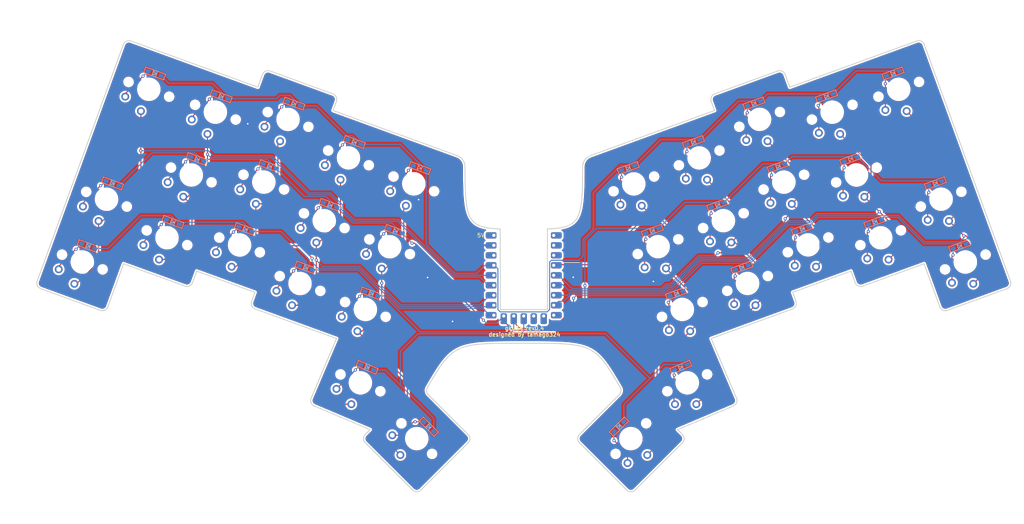
<source format=kicad_pcb>
(kicad_pcb (version 20211014) (generator pcbnew)
  (layers (0 "F.Cu" signal) (31 "B.Cu" signal) (34 "B.Paste" user) (35 "F.Paste" user) (36 "B.SilkS" user "B.Silkscreen") (37 "F.SilkS" user "F.Silkscreen") (38 "B.Mask" user) (39 "F.Mask" user) (44 "Edge.Cuts" user))
  (net 0 "")
  (net 1 "row0")
  (net 2 "Net-(D1-Pad2)")
  (net 3 "Net-(D2-Pad2)")
  (net 4 "Net-(D3-Pad2)")
  (net 5 "Net-(D4-Pad2)")
  (net 6 "Net-(D5-Pad2)")
  (net 7 "Net-(D6-Pad2)")
  (net 8 "Net-(D7-Pad2)")
  (net 9 "Net-(D8-Pad2)")
  (net 10 "Net-(D9-Pad2)")
  (net 11 "Net-(D10-Pad2)")
  (net 12 "row1")
  (net 13 "Net-(D11-Pad2)")
  (net 14 "Net-(D12-Pad2)")
  (net 15 "Net-(D13-Pad2)")
  (net 16 "Net-(D14-Pad2)")
  (net 17 "Net-(D15-Pad2)")
  (net 18 "Net-(D16-Pad2)")
  (net 19 "Net-(D17-Pad2)")
  (net 20 "Net-(D18-Pad2)")
  (net 21 "Net-(D19-Pad2)")
  (net 22 "Net-(D20-Pad2)")
  (net 23 "row2")
  (net 24 "Net-(D21-Pad2)")
  (net 25 "Net-(D22-Pad2)")
  (net 26 "Net-(D23-Pad2)")
  (net 27 "Net-(D24-Pad2)")
  (net 28 "Net-(D25-Pad2)")
  (net 29 "Net-(D26-Pad2)")
  (net 30 "Net-(D27-Pad2)")
  (net 31 "Net-(D28-Pad2)")
  (net 32 "Net-(D29-Pad2)")
  (net 33 "Net-(D30-Pad2)")
  (net 34 "row3")
  (net 35 "Net-(D31-Pad2)")
  (net 36 "Net-(D32-Pad2)")
  (net 37 "Net-(D33-Pad2)")
  (net 38 "Net-(D34-Pad2)")
  (net 42 "col5")
  (net 43 "col6")
  (net 44 "col7")
  (net 45 "col8")
  (net 46 "col9")
  (net 50 "col2")
  (net 51 "col3")
  (net 52 "col4")
  (net 53 "col1")
  (net 54 "col0")
  (net 56 "GND")
  (net 57 "VCC")
  (footprint "gku34:SW_Choc_V2" (layer "F.Cu") (at 199.476843 36.727593 20)
    (fp_text reference "SW8" hide)
    (fp_text value "SW_PUSH")
  )
  (footprint "gku34:SW_Choc_V2" (layer "F.Cu") (at 67.26 68.69 -20)
    (fp_text reference "SW23" hide)
    (fp_text value "SW_PUSH")
  )
  (footprint "gku34:RP2040-Zero" (layer "F.Cu") (at 129.345 89.105)
    (fp_text reference "RZ1")
    (fp_text value "RP2040-Zero" hide)
  )
  (footprint "gku34:Diode_SMD" (layer "F.Cu") (at 68.75 64.65 160)
    (fp_text reference "D23" hide)
    (fp_text value "D" hide)
  )
  (footprint "gku34:Diode_SMD" (layer "F.Cu") (at 210.36 64.61 -160)
    (fp_text reference "D28" hide)
    (fp_text value "D" hide)
  )
  (footprint "gku34:SW_Choc_V2" (layer "F.Cu") (at 73.42 52.69 -20)
    (fp_text reference "SW13" hide)
    (fp_text value "SW_PUSH")
  )
  (footprint "gku34:Diode_SMD" (layer "F.Cu") (at 198.02 32.67 -160)
    (fp_text reference "D8" hide)
    (fp_text value "D" hide)
  )
  (footprint "gku34:SW_Choc_V2" (layer "F.Cu") (at 111.56 53.15 -20)
    (fp_text reference "SW5" hide)
    (fp_text value "SW_PUSH")
  )
  (footprint "gku34:Diode_SMD" (layer "F.Cu") (at 90.29 58.49 160)
    (fp_text reference "D14" hide)
    (fp_text value "D" hide)
  )
  (footprint "gku34:Diode_SMD" (layer "F.Cu") (at 113.05 49.11 160)
    (fp_text reference "D5" hide)
    (fp_text value "D" hide)
  )
  (footprint "gku34:SW_Choc_V2" (layer "F.Cu") (at 217.94 34.9 20)
    (fp_text reference "SW9" hide)
    (fp_text value "SW_PUSH")
  )
  (footprint "gku34:Diode_SMD" (layer "F.Cu") (at 34.93 53.01 160)
    (fp_text reference "D11" hide)
    (fp_text value "D" hide)
  )
  (footprint "gku34:SW_Choc_V2" (layer "F.Cu") (at 48.81 66.86 -20)
    (fp_text reference "SW22" hide)
    (fp_text value "SW_PUSH")
  )
  (footprint "gku34:SW_Choc_V2" (layer "F.Cu") (at 105.42 69.14 -20)
    (fp_text reference "SW15" hide)
    (fp_text value "SW_PUSH")
  )
  (footprint "gku34:SW_Choc_V2" (layer "F.Cu") (at 234.85 29.08 20)
    (fp_text reference "SWe" hide)
    (fp_text value "SW_PUSH")
  )
  (footprint "gku34:Diode_SMD" (layer "F.Cu") (at 204.19 48.66 -160)
    (fp_text reference "D18" hide)
    (fp_text value "D" hide)
  )
  (footprint "gku34:Diode_SMD" (layer "F.Cu") (at 194.96 74.43 -160)
    (fp_text reference "D27" hide)
    (fp_text value "D" hide)
  )
  (footprint "gku34:Diode_SMD" (layer "F.Cu") (at 28.77 68.99 160)
    (fp_text reference "D21" hide)
    (fp_text value "D" hide)
  )
  (footprint "gku34:SW_Choc_V2" (layer "F.Cu") (at 61.113157 34.897593 -20)
    (fp_text reference "SW2" hide)
    (fp_text value "SW_PUSH")
  )
  (footprint "gku34:Diode_SMD" (layer "F.Cu") (at 81.09 32.7 160)
    (fp_text reference "D3" hide)
    (fp_text value "D" hide)
  )
  (footprint "gku34:Diode_SMD" (layer "F.Cu") (at 250.33 68.97 -160)
    (fp_text reference "D30" hide)
    (fp_text value "D" hide)
  )
  (footprint "gku34:Diode_SMD" (layer "F.Cu") (at 96.44 42.48 160)
    (fp_text reference "D4" hide)
    (fp_text value "D" hide)
  )
  (footprint "gku34:SW_Choc_V2" (layer "F.Cu") (at 166.75 117.97 45)
    (fp_text reference "SW33" hide)
    (fp_text value "SW_PUSH")
  )
  (footprint "gku34:Diode_SMD" (layer "F.Cu") (at 182.66 42.48 -160)
    (fp_text reference "D7" hide)
    (fp_text value "D" hide)
  )
  (footprint "gku34:Diode_SMD" (layer "F.Cu") (at 115.37 114.94 135)
    (fp_text reference "D32" hide)
    (fp_text value "D" hide)
  )
  (footprint "gku34:SW_Choc_V2" (layer "F.Cu") (at 196.41 78.48 20)
    (fp_text reference "SW27" hide)
    (fp_text value "SW_PUSH")
  )
  (footprint "gku34:Diode_SMD" (layer "F.Cu") (at 222.63 46.83 -160)
    (fp_text reference "D19" hide)
    (fp_text value "D" hide)
  )
  (footprint "gku34:Diode_SMD" (layer "F.Cu") (at 50.31 62.82 160)
    (fp_text reference "D22" hide)
    (fp_text value "D" hide)
  )
  (footprint "gku34:SW_Choc_V2" (layer "F.Cu") (at 251.786843 73.027593 20)
    (fp_text reference "SW30" hide)
    (fp_text value "SW_PUSH")
  )
  (footprint "gku34:SW_Choc_V2" (layer "F.Cu") (at 230.25 66.86 20)
    (fp_text reference "SW29" hide)
    (fp_text value "SW_PUSH")
  )
  (footprint "gku34:Diode_SMD" (layer "F.Cu") (at 56.48 46.83 160)
    (fp_text reference "D12" hide)
    (fp_text value "D" hide)
  )
  (footprint "gku34:Diode_SMD" (layer "F.Cu") (at 74.91 48.64 160)
    (fp_text reference "D13" hide)
    (fp_text value "D" hide)
  )
  (footprint "gku34:SW_Choc_V2" (layer "F.Cu") (at 82.63 78.5 -20)
    (fp_text reference "SW24" hide)
    (fp_text value "SW_PUSH")
  )
  (footprint "gku34:SW_Choc_V2" (layer "F.Cu") (at 205.641691 52.701111 20)
    (fp_text reference "SW18" hide)
    (fp_text value "SW_PUSH")
  )
  (footprint "gku34:Diode_SMD" (layer "F.Cu") (at 244.16 52.98 -160)
    (fp_text reference "D20" hide)
    (fp_text value "D" hide)
  )
  (footprint "gku34:SW_Choc_V2" (layer "F.Cu") (at 54.98 50.87 -20)
    (fp_text reference "SW12" hide)
    (fp_text value "SW_PUSH")
  )
  (footprint "gku34:Diode_SMD" (layer "F.Cu") (at 188.82 58.46 -160)
    (fp_text reference "D17" hide)
    (fp_text value "D" hide)
  )
  (footprint "gku34:Diode_SMD" (layer "F.Cu") (at 106.92 65.1 160)
    (fp_text reference "D15" hide)
    (fp_text value "D" hide)
  )
  (footprint "gku34:Diode_SMD" (layer "F.Cu") (at 166.05 49.11 -160)
    (fp_text reference "D6" hide)
    (fp_text value "D" hide)
  )
  (footprint "gku34:SW_Choc_V2" (layer "F.Cu") (at 184.116843 46.537593 20)
    (fp_text reference "SW7" hide)
    (fp_text value "SW_PUSH")
  )
  (footprint "gku34:SW_Choc_V2" (layer "F.Cu") (at 27.28 73.03 -20)
    (fp_text reference "SW21" hide)
    (fp_text value "SW_PUSH")
  )
  (footprint "gku34:SW_Choc_V2" (layer "F.Cu") (at 211.81 68.67 20)
    (fp_text reference "SW28" hide)
    (fp_text value "SW_PUSH")
  )
  (footprint "gku34:SW_Choc_V2" (layer "F.Cu") (at 99.243157 85.097593 -20)
    (fp_text reference "SW25" hide)
    (fp_text value "SW_PUSH")
  )
  (footprint "gku34:Diode_SMD" (layer "F.Cu") (at 216.49 30.85 -160)
    (fp_text reference "D9" hide)
    (fp_text value "D" hide)
  )
  (footprint "gku34:Diode_SMD" (layer "F.Cu") (at 233.39 25.02 -160)
    (fp_text reference "D10" hide)
    (fp_text value "D" hide)
  )
  (footprint "gku34:SW_Choc_V2" (layer "F.Cu") (at 173.656843 69.127593 20)
    (fp_text reference "SW16" hide)
    (fp_text value "SW_PUSH")
  )
  (footprint "gku34:Diode_SMD" (layer "F.Cu") (at 100.74 81.06 160)
    (fp_text reference "D25" hide)
    (fp_text value "D" hide)
  )
  (footprint "gku34:SW_Choc_V2" (layer "F.Cu") (at 112.31 117.97 -45)
    (fp_text reference "SW32" hide)
    (fp_text value "SW_PUSH")
  )
  (footprint "gku34:SW_Choc_V2" (layer "F.Cu") (at 97.98474 103.777177 -23)
    (fp_text reference "SW31" hide)
    (fp_text value "SW_PUSH")
  )
  (footprint "gku34:SW_Choc_V2" (layer "F.Cu") (at 167.496843 53.157593 20)
    (fp_text reference "SW6" hide)
    (fp_text value "SW_PUSH")
  )
  (footprint "gku34:SW_Choc_V2" (layer "F.Cu") (at 88.79 62.52 -20)
    (fp_text reference "SW14" hide)
    (fp_text value "SW_PUSH")
  )
  (footprint "gku34:Diode_SMD" (layer "F.Cu") (at 228.8 62.81 -160)
    (fp_text reference "D29" hide)
    (fp_text value "D" hide)
  )
  (footprint "gku34:Diode_SMD" (layer "F.Cu") (at 163.71 114.91 -135)
    (fp_text reference "D33" hide)
    (fp_text value "D" hide)
  )
  (footprint "gku34:Diode_SMD" (layer "F.Cu") (at 178.36 81.04 -160)
    (fp_text reference "D26" hide)
    (fp_text value "D" hide)
  )
  (footprint "gku34:SW_Choc_V2" (layer "F.Cu") (at 224.096843 50.887593 20)
    (fp_text reference "SW19" hide)
    (fp_text value "SW_PUSH")
  )
  (footprint "gku34:Diode_SMD" (layer "F.Cu") (at 99.69 99.82 157)
    (fp_text reference "D31" hide)
    (fp_text value "D" hide)
  )
  (footprint "gku34:Diode_SMD" (layer "F.Cu") (at 179.42 99.8 -157)
    (fp_text reference "D34" hide)
    (fp_text value "D" hide)
  )
  (footprint "gku34:SW_Choc_V2" (layer "F.Cu") (at 181.08 103.77 23)
    (fp_text reference "SW34" hide)
    (fp_text value "SW_PUSH")
  )
  (footprint "gku34:SW_Choc_V2" (layer "F.Cu") (at 44.19 29.08 -20)
    (fp_text reference "SW1" hide)
    (fp_text value "SW_PUSH")
  )
  (footprint "gku34:SW_Choc_V2" (layer "F.Cu") (at 190.27 62.51 20)
    (fp_text reference "SW17" hide)
    (fp_text value "SW_PUSH")
  )
  (footprint "gku34:Diode_SMD" (layer "F.Cu") (at 45.68 25.04 160)
    (fp_text reference "D1" hide)
    (fp_text value "D" hide)
  )
  (footprint "gku34:SW_Choc_V2" (layer "F.Cu") (at 79.59 36.74 -20)
    (fp_text reference "SW3" hide)
    (fp_text value "SW_PUSH")
  )
  (footprint "gku34:SW_Choc_V2" (layer "F.Cu") (at 179.816843 85.097593 20)
    (fp_text reference "SW26" hide)
    (fp_text value "SW_PUSH")
  )
  (footprint "gku34:Diode_SMD" (layer "F.Cu") (at 62.6 30.85 160)
    (fp_text reference "D2" hide)
    (fp_text value "D" hide)
  )
  (footprint "gku34:Diode_SMD" (layer "F.Cu") (at 172.2 65.07 -160)
    (fp_text reference "D16" hide)
    (fp_text value "D" hide)
  )
  (footprint "gku34:SW_Choc_V2" (layer "F.Cu") (at 245.616843 57.037593 20)
    (fp_text reference "SW20" hide)
    (fp_text value "SW_PUSH")
  )
  (footprint "gku34:Diode_SMD" (layer "F.Cu") (at 84.12 74.45 160)
    (fp_text reference "D24" hide)
    (fp_text value "D" hide)
  )
  (footprint "gku34:SW_Choc_V2" (layer "F.Cu") (at 94.95 46.53 -20)
    (fp_text reference "SW4" hide)
    (fp_text value "SW_PUSH")
  )
  (footprint "gku34:SW_Choc_V2" (layer "F.Cu") (at 33.433157 57.047593 -20)
    (fp_text reference "SW11" hide)
    (fp_text value "SW_PUSH")
  )
  (gr_line (start 113.362219 131.061425) (end 125.383034 119.04061) (layer "Edge.Cuts") (width 0.25))
  (gr_line (start 91.907698 92.501796) (end 85.455516 107.702185) (layer "Edge.Cuts") (width 0.25))
  (gr_line (start 125.383034 116.91929) (end 115.239825 106.77608) (layer "Edge.Cuts") (width 0.25))
  (gr_line (start 145.530003 64.629208) (end 145.530003 85.133358) (layer "Edge.Cuts") (width 0.25))
  (gr_arc (start 167.819107 131.061425) (mid 166.758447 131.500765) (end 165.697787 131.061425) (layer "Edge.Cuts") (width 0.25))
  (gr_arc (start 86.250176 109.669039) (mid 85.445497 108.850191) (end 85.455516 107.702185) (layer "Edge.Cuts") (width 0.25))
  (gr_arc (start 225.683077 79.161784) (mid 224.536091 79.111732) (end 223.760508 78.265275) (layer "Edge.Cuts") (width 0.25))
  (gr_arc (start 99.220083 119.04061) (mid 98.780743 117.97995) (end 99.220083 116.91929) (layer "Edge.Cuts") (width 0.25))
  (gr_line (start 245.292247 84.432013) (end 241.304591 73.476018) (layer "Edge.Cuts") (width 0.25))
  (gr_line (start 16.700946 79.816468) (end 31.84519 85.328522) (layer "Edge.Cuts") (width 0.25))
  (gr_arc (start 115.239825 106.77608) (mid 114.812905 105.908052) (end 115.004642 104.959912) (layer "Edge.Cuts") (width 0.25))
  (gr_line (start 239.419191 16.789697) (end 207.144139 28.536856) (layer "Edge.Cuts") (width 0.25))
  (gr_arc (start 263.255568 77.893899) (mid 263.205485 79.040854) (end 262.35906 79.816468) (layer "Edge.Cuts") (width 0.25))
  (gr_line (start 222.700027 75.351628) (end 207.884792 80.743933) (layer "Edge.Cuts") (width 0.25))
  (gr_curve (pts (xy 164.055364 104.959912) (xy 157.48209 93.685472) (xy 156.99346 93.67829) (xy 139.530003 93.681048)) (layer "Edge.Cuts") (width 0.25))
  (gr_arc (start 125.383034 116.91929) (mid 125.822374 117.97995) (end 125.383034 119.04061) (layer "Edge.Cuts") (width 0.25))
  (gr_arc (start 16.700946 79.816468) (mid 15.854515 79.040856) (end 15.804438 77.893899) (layer "Edge.Cuts") (width 0.25))
  (gr_arc (start 247.214816 85.328522) (mid 246.067873 85.278436) (end 245.292247 84.432013) (layer "Edge.Cuts") (width 0.25))
  (gr_curve (pts (xy 154.502178 48.76833) (xy 154.487934 62.141197) (xy 154.042697 64.313791) (xy 145.530003 64.629208)) (layer "Edge.Cuts") (width 0.25))
  (gr_arc (start 193.60449 107.702185) (mid 193.61453 108.850215) (end 192.80983 109.669039) (layer "Edge.Cuts") (width 0.25))
  (gr_line (start 100.444992 115.694381) (end 99.220083 116.91929) (layer "Edge.Cuts") (width 0.25))
  (gr_arc (start 239.419191 16.789697) (mid 240.566136 16.839785) (end 241.34176 17.686206) (layer "Edge.Cuts") (width 0.25))
  (gr_line (start 133.530003 64.629208) (end 133.530003 85.133358) (layer "Edge.Cuts") (width 0.25))
  (gr_line (start 262.35906 79.816468) (end 247.214816 85.328522) (layer "Edge.Cuts") (width 0.25))
  (gr_line (start 71.231089 84.976126) (end 91.907698 92.501796) (layer "Edge.Cuts") (width 0.25))
  (gr_curve (pts (xy 115.004642 104.959912) (xy 121.577916 93.685472) (xy 122.066546 93.67829) (xy 139.530003 93.681048)) (layer "Edge.Cuts") (width 0.25))
  (gr_line (start 204.051166 24.424689) (end 188.076391 30.239031) (layer "Edge.Cuts") (width 0.25))
  (gr_line (start 192.80983 109.669039) (end 178.615014 115.694381) (layer "Edge.Cuts") (width 0.25))
  (gr_line (start 207.828917 84.976126) (end 187.152308 92.501796) (layer "Edge.Cuts") (width 0.25))
  (gr_line (start 187.152308 92.501796) (end 193.60449 107.702185) (layer "Edge.Cuts") (width 0.25))
  (gr_line (start 33.767759 84.432013) (end 37.755415 73.476018) (layer "Edge.Cuts") (width 0.25))
  (gr_line (start 153.676972 116.91929) (end 163.820181 106.77608) (layer "Edge.Cuts") (width 0.25))
  (gr_arc (start 154.502178 48.76833) (mid 155.045633 47.04948) (end 156.476116 45.952447) (layer "Edge.Cuts") (width 0.25))
  (gr_line (start 179.839923 119.04061) (end 167.819107 131.061425) (layer "Edge.Cuts") (width 0.25))
  (gr_arc (start 187.179883 32.1616) (mid 187.229931 31.014617) (end 188.076391 30.239031) (layer "Edge.Cuts") (width 0.25))
  (gr_line (start 71.915867 28.536856) (end 73.086271 25.321197) (layer "Edge.Cuts") (width 0.25))
  (gr_line (start 86.250176 109.669039) (end 100.444992 115.694381) (layer "Edge.Cuts") (width 0.25))
  (gr_arc (start 179.839923 116.91929) (mid 180.279263 117.97995) (end 179.839923 119.04061) (layer "Edge.Cuts") (width 0.25))
  (gr_line (start 223.760508 78.265275) (end 222.700027 75.351628) (layer "Edge.Cuts") (width 0.25))
  (gr_arc (start 164.055364 104.959912) (mid 164.247099 105.908053) (end 163.820181 106.77608) (layer "Edge.Cuts") (width 0.25))
  (gr_line (start 91.039489 34.471224) (end 122.58389 45.952447) (layer "Edge.Cuts") (width 0.25))
  (gr_line (start 133.530003 85.133358) (end 139.530003 85.133358) (layer "Edge.Cuts") (width 0.25))
  (gr_arc (start 204.051166 24.424689) (mid 205.198126 24.474762) (end 205.973735 25.321197) (layer "Edge.Cuts") (width 0.25))
  (gr_line (start 99.220083 119.04061) (end 111.240899 131.061425) (layer "Edge.Cuts") (width 0.25))
  (gr_line (start 56.359979 75.351628) (end 71.175214 80.743933) (layer "Edge.Cuts") (width 0.25))
  (gr_line (start 188.020517 34.471224) (end 156.476116 45.952447) (layer "Edge.Cuts") (width 0.25))
  (gr_arc (start 33.767759 84.432013) (mid 32.992148 85.278445) (end 31.84519 85.328522) (layer "Edge.Cuts") (width 0.25))
  (gr_line (start 187.179883 32.1616) (end 188.020517 34.471224) (layer "Edge.Cuts") (width 0.25))
  (gr_arc (start 55.299498 78.265275) (mid 54.523886 79.111706) (end 53.376929 79.161784) (layer "Edge.Cuts") (width 0.25))
  (gr_line (start 263.255568 77.893899) (end 241.34176 17.686206) (layer "Edge.Cuts") (width 0.25))
  (gr_arc (start 113.362219 131.061425) (mid 112.301559 131.500765) (end 111.240899 131.061425) (layer "Edge.Cuts") (width 0.25))
  (gr_arc (start 208.725426 83.053557) (mid 208.675368 84.200531) (end 207.828917 84.976126) (layer "Edge.Cuts") (width 0.25))
  (gr_curve (pts (xy 124.557828 48.76833) (xy 124.572072 62.141197) (xy 125.017309 64.313791) (xy 133.530003 64.629208)) (layer "Edge.Cuts") (width 0.25))
  (gr_line (start 37.755415 73.476018) (end 53.376929 79.161784) (layer "Edge.Cuts") (width 0.25))
  (gr_arc (start 90.983615 30.239031) (mid 91.830046 31.014643) (end 91.880123 32.1616) (layer "Edge.Cuts") (width 0.25))
  (gr_arc (start 73.086271 25.321197) (mid 73.861883 24.474766) (end 75.00884 24.424689) (layer "Edge.Cuts") (width 0.25))
  (gr_line (start 145.530003 85.133358) (end 139.530003 85.133358) (layer "Edge.Cuts") (width 0.25))
  (gr_line (start 178.615014 115.694381) (end 179.839923 116.91929) (layer "Edge.Cuts") (width 0.25))
  (gr_line (start 71.175214 80.743933) (end 70.33458 83.053557) (layer "Edge.Cuts") (width 0.25))
  (gr_line (start 39.640815 16.789697) (end 71.915867 28.536856) (layer "Edge.Cuts") (width 0.25))
  (gr_line (start 241.304591 73.476018) (end 225.683077 79.161784) (layer "Edge.Cuts") (width 0.25))
  (gr_arc (start 122.58389 45.952447) (mid 124.014369 47.049487) (end 124.557828 48.76833) (layer "Edge.Cuts") (width 0.25))
  (gr_line (start 55.299498 78.265275) (end 56.359979 75.351628) (layer "Edge.Cuts") (width 0.25))
  (gr_line (start 207.144139 28.536856) (end 205.973735 25.321197) (layer "Edge.Cuts") (width 0.25))
  (gr_line (start 207.884792 80.743933) (end 208.725426 83.053557) (layer "Edge.Cuts") (width 0.25))
  (gr_line (start 75.00884 24.424689) (end 90.983615 30.239031) (layer "Edge.Cuts") (width 0.25))
  (gr_line (start 15.804438 77.893899) (end 37.718246 17.686206) (layer "Edge.Cuts") (width 0.25))
  (gr_arc (start 153.676972 119.04061) (mid 153.237633 117.97995) (end 153.676972 116.91929) (layer "Edge.Cuts") (width 0.25))
  (gr_line (start 165.697787 131.061425) (end 153.676972 119.04061) (layer "Edge.Cuts") (width 0.25))
  (gr_line (start 91.880123 32.1616) (end 91.039489 34.471224) (layer "Edge.Cuts") (width 0.25))
  (gr_arc (start 71.231089 84.976126) (mid 70.384657 84.200515) (end 70.33458 83.053557) (layer "Edge.Cuts") (width 0.25))
  (gr_arc (start 37.718246 17.686206) (mid 38.493858 16.839774) (end 39.640815 16.789697) (layer "Edge.Cuts") (width 0.25))
  (gr_text "JLCJLCJLCJLC" (at 139.7 90.66) (layer "B.SilkS") (effects (font (size 0.8 0.8) (thickness 0.2)) (justify mirror)))
  (gr_text "gku34 rev0.4\ndesigned by tamago324" (at 139.7 90.678) (layer "F.SilkS") (effects (font (size 1 1) (thickness 0.2))))
  (segment (start 146.09 85.12) (end 145.49 85.72) (width 0.25) (layer "B.Cu") (net 1))
  (segment (start 64.267954 31.457086) (end 76.692914 31.457086) (width 0.25) (layer "B.Cu") (net 1))
  (segment (start 127.545 75.955) (end 129.635 73.865) (width 0.25) (layer "B.Cu") (net 1))
  (segment (start 122.027792 75.955) (end 127.545 75.955) (width 0.25) (layer "B.Cu") (net 1))
  (segment (start 201.507954 30.242914) (end 199.687954 32.062914) (width 0.25) (layer "B.Cu") (net 1))
  (segment (start 153.52 72.58) (end 146.534695 72.58) (width 0.25) (layer "B.Cu") (net 1))
  (segment (start 157.22 64.643604) (end 154.61 67.253604) (width 0.25) (layer "B.Cu") (net 1))
  (segment (start 174.347954 41.872914) (end 167.717954 48.502914) (width 0.25) (layer "B.Cu") (net 1))
  (segment (start 86.807086 33.307086) (end 94.379247 40.879247) (width 0.25) (layer "B.Cu") (net 1))
  (segment (start 235.057954 24.412914) (end 223.987954 24.412914) (width 0.25) (layer "B.Cu") (net 1))
  (segment (start 132.94 85.13) (end 132.94 74.75) (width 0.25) (layer "B.Cu") (net 1))
  (segment (start 154.61 71.49) (end 153.52 72.58) (width 0.25) (layer "B.Cu") (net 1))
  (segment (start 77.53 30.62) (end 80.070868 30.62) (width 0.25) (layer "B.Cu") (net 1))
  (segment (start 82.757954 33.307086) (end 86.807086 33.307086) (width 0.25) (layer "B.Cu") (net 1))
  (segment (start 108.087954 43.087086) (end 98.107954 43.087086) (width 0.25) (layer "B.Cu") (net 1))
  (segment (start 223.987954 24.412914) (end 218.157954 30.242914) (width 0.25) (layer "B.Cu") (net 1))
  (segment (start 154.61 67.253604) (end 154.61 71.49) (width 0.25) (layer "B.Cu") (net 1))
  (segment (start 194.137954 32.062914) (end 184.327954 41.872914) (width 0.25) (layer "B.Cu") (net 1))
  (segment (start 146.09 73.024695) (end 146.09 85.12) (width 0.25) (layer "B.Cu") (net 1))
  (segment (start 129.635 73.865) (end 131.885 73.865) (width 0.25) (layer "B.Cu") (net 1))
  (segment (start 146.534695 72.58) (end 146.09 73.024695) (width 0.25) (layer "B.Cu") (net 1))
  (segment (start 167.717954 48.502914) (end 164.139297 48.502914) (width 0.25) (layer "B.Cu") (net 1))
  (segment (start 164.139297 48.502914) (end 157.22 55.422211) (width 0.25) (layer "B.Cu") (net 1))
  (segment (start 114.717954 49.717086) (end 108.087954 43.087086) (width 0.25) (layer "B.Cu") (net 1))
  (segment (start 114.717954 49.717086) (end 114.717954 68.645162) (width 0.25) (layer "B.Cu") (net 1))
  (segment (start 218.157954 30.242914) (end 201.507954 30.242914) (width 0.25) (layer "B.Cu") (net 1))
  (segment (start 114.717954 68.645162) (end 122.027792 75.955) (width 0.25) (layer "B.Cu") (net 1))
  (segment (start 184.327954 41.872914) (end 174.347954 41.872914) (width 0.25) (layer "B.Cu") (net 1))
  (segment (start 49.250868 27.55) (end 60.360868 27.55) (width 0.25) (layer "B.Cu") (net 1))
  (segment (start 145.49 85.72) (end 133.53 85.72) (width 0.25) (layer "B.Cu") (net 1))
  (segment (start 47.347954 25.647086) (end 49.250868 27.55) (width 0.25) (layer "B.Cu") (net 1))
  (segment (start 60.360868 27.55) (end 64.267954 31.457086) (width 0.25) (layer "B.Cu") (net 1))
  (segment (start 76.692914 31.457086) (end 77.53 30.62) (width 0.25) (layer "B.Cu") (net 1))
  (segment (start 80.070868 30.62) (end 82.757954 33.307086) (width 0.25) (layer "B.Cu") (net 1))
  (segment (start 94.379247 40.879247) (end 95.900115 40.879247) (width 0.25) (layer "B.Cu") (net 1))
  (segment (start 132.94 74.75) (end 131.895 73.705) (width 0.25) (layer "B.Cu") (net 1))
  (segment (start 157.22 55.422211) (end 157.22 64.643604) (width 0.25) (layer "B.Cu") (net 1))
  (segment (start 133.53 85.72) (end 132.94 85.13) (width 0.25) (layer "B.Cu") (net 1))
  (segment (start 199.687954 32.062914) (end 194.137954 32.062914) (width 0.25) (layer "B.Cu") (net 1))
  (segment (start 95.900115 40.879247) (end 98.107954 43.087086) (width 0.25) (layer "B.Cu") (net 1))
  (segment (start 38.19186 30.20814) (end 38.19186 30.940731) (width 0.25) (layer "F.Cu") (net 2))
  (segment (start 42.67752 25.72248) (end 38.19186 30.20814) (width 0.25) (layer "F.Cu") (net 2))
  (segment (start 42.72248 25.72248) (end 42.67752 25.72248) (width 0.25) (layer "F.Cu") (net 2))
  (via (at 42.72248 25.72248) (size 0.8) (drill 0.4) (layers "F.Cu" "B.Cu") (net 2))
  (segment (start 44.012046 24.432914) (end 42.72248 25.72248) (width 0.25) (layer "B.Cu") (net 2))
  (segment (start 59.58748 31.71252) (end 55.115017 36.184983) (width 0.25) (layer "F.Cu") (net 3))
  (segment (start 59.58748 31.58748) (end 59.58748 31.71252) (width 0.25) (layer "F.Cu") (net 3))
  (segment (start 55.115017 36.184983) (end 55.115017 36.758324) (width 0.25) (layer "F.Cu") (net 3))
  (via (at 59.58748 31.58748) (size 0.8) (drill 0.4) (layers "F.Cu" "B.Cu") (net 3))
  (segment (start 60.932046 30.242914) (end 59.58748 31.58748) (width 0.25) (layer "B.Cu") (net 3))
  (segment (start 77.95748 33.64252) (end 73.59186 38.00814) (width 0.25) (layer "F.Cu") (net 4))
  (segment (start 77.95748 33.55748) (end 77.95748 33.64252) (width 0.25) (layer "F.Cu") (net 4))
  (segment (start 73.59186 38.00814) (end 73.59186 38.600731) (width 0.25) (layer "F.Cu") (net 4))
  (via (at 77.95748 33.55748) (size 0.8) (drill 0.4) (layers "F.Cu" "B.Cu") (net 4))
  (segment (start 79.422046 32.092914) (end 77.95748 33.55748) (width 0.25) (layer "B.Cu") (net 4))
  (segment (start 93.42248 43.27752) (end 88.95186 47.74814) (width 0.25) (layer "F.Cu") (net 5))
  (segment (start 93.42248 43.22248) (end 93.42248 43.27752) (width 0.25) (layer "F.Cu") (net 5))
  (segment (start 88.95186 47.74814) (end 88.95186 48.390731) (width 0.25) (layer "F.Cu") (net 5))
  (via (at 93.42248 43.22248) (size 0.8) (drill 0.4) (layers "F.Cu" "B.Cu") (net 5))
  (segment (start 94.772046 41.872914) (end 93.42248 43.22248) (width 0.25) (layer "B.Cu") (net 5))
  (segment (start 105.56186 54.53814) (end 105.56186 55.010731) (width 0.25) (layer "F.Cu") (net 6))
  (segment (start 110.19248 49.69248) (end 110.19248 49.90752) (width 0.25) (layer "F.Cu") (net 6))
  (segment (start 110.19248 49.90752) (end 105.56186 54.53814) (width 0.25) (layer "F.Cu") (net 6))
  (via (at 110.19248 49.69248) (size 0.8) (drill 0.4) (layers "F.Cu" "B.Cu") (net 6))
  (segment (start 111.382046 48.502914) (end 110.19248 49.69248) (width 0.25) (layer "B.Cu") (net 6))
  (segment (start 164.382046 51.417954) (end 164.098056 51.701944) (width 0.25) (layer "F.Cu") (net 7))
  (segment (start 164.098056 51.701944) (end 164.098056 58.438526) (width 0.25) (layer "F.Cu") (net 7))
  (via (at 164.382046 51.417954) (size 0.8) (drill 0.4) (layers "F.Cu" "B.Cu") (net 7))
  (segment (start 164.382046 49.717086) (end 164.382046 51.417954) (width 0.25) (layer "B.Cu") (net 7))
  (segment (start 180.718056 45.181944) (end 180.718056 51.818526) (width 0.25) (layer "F.Cu") (net 8))
  (segment (start 180.992046 44.907954) (end 180.718056 45.181944) (width 0.25) (layer "F.Cu") (net 8))
  (via (at 180.992046 44.907954) (size 0.8) (drill 0.4) (layers "F.Cu" "B.Cu") (net 8))
  (segment (start 180.992046 43.087086) (end 180.992046 44.907954) (width 0.25) (layer "B.Cu") (net 8))
  (segment (start 196.352046 35.047954) (end 196.078056 35.321944) (width 0.25) (layer "F.Cu") (net 9))
  (segment (start 196.078056 35.321944) (end 196.078056 42.008526) (width 0.25) (layer "F.Cu") (net 9))
  (via (at 196.352046 35.047954) (size 0.8) (drill 0.4) (layers "F.Cu" "B.Cu") (net 9))
  (segment (start 196.352046 33.277086) (end 196.352046 35.047954) (width 0.25) (layer "B.Cu") (net 9))
  (segment (start 214.4 33.2) (end 214.541213 33.341213) (width 0.25) (layer "F.Cu") (net 10))
  (segment (start 214.541213 33.341213) (end 214.541213 40.180933) (width 0.25) (layer "F.Cu") (net 10))
  (via (at 214.4 33.2) (size 0.8) (drill 0.4) (layers "F.Cu" "B.Cu") (net 10))
  (segment (start 214.822046 32.777954) (end 214.4 33.2) (width 0.25) (layer "B.Cu") (net 10))
  (segment (start 214.822046 31.457086) (end 214.822046 32.777954) (width 0.25) (layer "B.Cu") (net 10))
  (segment (start 231.451213 27.648787) (end 231.451213 34.360933) (width 0.25) (layer "F.Cu") (net 11))
  (via (at 231.451213 27.648787) (size 0.8) (drill 0.4) (layers "F.Cu" "B.Cu") (net 11))
  (segment (start 231.451213 27.648787) (end 231.451213 25.897919) (width 0.25) (layer "B.Cu") (net 11))
  (segment (start 231.451213 25.897919) (end 231.722046 25.627086) (width 0.25) (layer "B.Cu") (net 11))
  (segment (start 134.435 88.055) (end 134.435 86.615) (width 0.25) (layer "F.Cu") (net 12))
  (segment (start 122.37 80.94) (end 129.26 87.83) (width 0.25) (layer "F.Cu") (net 12))
  (segment (start 111.130868 68.25) (end 111.75 68.25) (width 0.25) (layer "F.Cu") (net 12))
  (segment (start 147.176396 90.38) (end 136.76 90.38) (width 0.25) (layer "F.Cu") (net 12))
  (segment (start 155.06 79.028919) (end 155.06 82.496396) (width 0.25) (layer "F.Cu") (net 12))
  (segment (start 155.06 82.496396) (end 147.176396 90.38) (width 0.25) (layer "F.Cu") (net 12))
  (segment (start 136.76 90.38) (end 134.435 88.055) (width 0.25) (layer "F.Cu") (net 12))
  (segment (start 111.75 68.25) (end 122.37 78.87) (width 0.25) (layer "F.Cu") (net 12))
  (segment (start 122.37 78.87) (end 122.37 80.94) (width 0.25) (layer "F.Cu") (net 12))
  (via (at 129.26 87.83) (size 0.8) (drill 0.4) (layers "F.Cu" "B.Cu") (net 12))
  (via (at 155.06 79.028919) (size 0.8) (drill 0.4) (layers "F.Cu" "B.Cu") (net 12))
  (via (at 111.130868 68.25) (size 0.8) (drill 0.4) (layers "F.Cu" "B.Cu") (net 12))
  (segment (start 108.587954 65.707086) (end 111.130868 68.25) (width 0.25) (layer "B.Cu") (net 12))
  (segment (start 58.68504 46.9) (end 74.3 46.9) (width 0.25) (layer "B.Cu") (net 12))
  (segment (start 190.487954 57.852914) (end 180.477954 57.852914) (width 0.25) (layer "B.Cu") (net 12))
  (segment (start 230.447954 52.372914) (end 224.297954 46.222914) (width 0.25) (layer "B.Cu") (net 12))
  (segment (start 58.147954 47.437086) (end 58.68504 46.9) (width 0.25) (layer "B.Cu") (net 12))
  (segment (start 95.960868 63.1) (end 105.980868 63.1) (width 0.25) (layer "B.Cu") (net 12))
  (segment (start 74.3 46.9) (end 83.75 56.35) (width 0.25) (layer "B.Cu") (net 12))
  (segment (start 105.980868 63.1) (end 108.587954 65.707086) (width 0.25) (layer "B.Cu") (net 12))
  (segment (start 130.05 88.62) (end 132.58 88.62) (width 0.25) (layer "B.Cu") (net 12))
  (segment (start 207.687954 46.222914) (end 205.857954 48.052914) (width 0.25) (layer "B.Cu") (net 12))
  (segment (start 91.957954 59.097086) (end 95.960868 63.1) (width 0.25) (layer "B.Cu") (net 12))
  (segment (start 155.06 79.028919) (end 155.06 67.44) (width 0.25) (layer "B.Cu") (net 12))
  (segment (start 245.827954 52.372914) (end 230.447954 52.372914) (width 0.25) (layer "B.Cu") (net 12))
  (segment (start 129.26 87.83) (end 130.05 88.62) (width 0.25) (layer "B.Cu") (net 12))
  (segment (start 205.857954 48.052914) (end 200.287954 48.052914) (width 0.25) (layer "B.Cu") (net 12))
  (segment (start 200.287954 48.052914) (end 190.487954 57.852914) (width 0.25) (layer "B.Cu") (net 12))
  (segment (start 155.06 67.44) (end 158.037086 64.462914) (width 0.25) (layer "B.Cu") (net 12))
  (segment (start 158.037086 64.462914) (end 173.867954 64.462914) (width 0.25) (layer "B.Cu") (net 12))
  (segment (start 224.297954 46.222914) (end 207.687954 46.222914) (width 0.25) (layer "B.Cu") (net 12))
  (segment (start 83.75 56.35) (end 89.210868 56.35) (width 0.25) (layer "B.Cu") (net 12))
  (segment (start 55.940115 45.229247) (end 58.147954 47.437086) (width 0.25) (layer "B.Cu") (net 12))
  (segment (start 89.210868 56.35) (end 91.957954 59.097086) (width 0.25) (layer "B.Cu") (net 12))
  (segment (start 132.58 88.62) (end 134.425 86.775) (width 0.25) (layer "B.Cu") (net 12))
  (segment (start 44.985793 45.229247) (end 55.940115 45.229247) (width 0.25) (layer "B.Cu") (net 12))
  (segment (start 180.477954 57.852914) (end 173.867954 64.462914) (width 0.25) (layer "B.Cu") (net 12))
  (segment (start 36.597954 53.617086) (end 44.985793 45.229247) (width 0.25) (layer "B.Cu") (net 12))
  (segment (start 27.435017 58.064983) (end 31.9 53.6) (width 0.25) (layer "F.Cu") (net 13))
  (segment (start 27.435017 58.908324) (end 27.435017 58.064983) (width 0.25) (layer "F.Cu") (net 13))
  (via (at 31.9 53.6) (size 0.8) (drill 0.4) (layers "F.Cu" "B.Cu") (net 13))
  (segment (start 32.06496 53.6) (end 33.262046 52.402914) (width 0.25) (layer "B.Cu") (net 13))
  (segment (start 31.9 53.6) (end 32.06496 53.6) (width 0.25) (layer "B.Cu") (net 13))
  (segment (start 53.51748 47.58252) (end 48.98186 52.11814) (width 0.25) (layer "F.Cu") (net 14))
  (segment (start 53.51748 47.51748) (end 53.51748 47.58252) (width 0.25) (layer "F.Cu") (net 14))
  (via (at 53.51748 47.51748) (size 0.8) (drill 0.4) (layers "F.Cu" "B.Cu") (net 14))
  (segment (start 54.812046 46.222914) (end 53.51748 47.51748) (width 0.25) (layer "B.Cu") (net 14))
  (segment (start 71.93748 49.33748) (end 71.93748 49.36252) (width 0.25) (layer "F.Cu") (net 15))
  (segment (start 71.93748 49.36252) (end 67.42186 53.87814) (width 0.25) (layer "F.Cu") (net 15))
  (via (at 71.93748 49.33748) (size 0.8) (drill 0.4) (layers "F.Cu" "B.Cu") (net 15))
  (segment (start 73.242046 48.032914) (end 71.93748 49.33748) (width 0.25) (layer "B.Cu") (net 15))
  (segment (start 87.25248 59.25248) (end 87.25248 59.44752) (width 0.25) (layer "F.Cu") (net 16))
  (segment (start 87.25248 59.44752) (end 82.79186 63.90814) (width 0.25) (layer "F.Cu") (net 16))
  (via (at 87.25248 59.25248) (size 0.8) (drill 0.4) (layers "F.Cu" "B.Cu") (net 16))
  (segment (start 88.622046 57.882914) (end 87.25248 59.25248) (width 0.25) (layer "B.Cu") (net 16))
  (segment (start 103.82752 65.87248) (end 99.42186 70.27814) (width 0.25) (layer "F.Cu") (net 17))
  (segment (start 103.87248 65.87248) (end 103.82752 65.87248) (width 0.25) (layer "F.Cu") (net 17))
  (via (at 103.87248 65.87248) (size 0.8) (drill 0.4) (layers "F.Cu" "B.Cu") (net 17))
  (segment (start 105.252046 64.492914) (end 103.87248 65.87248) (width 0.25) (layer "B.Cu") (net 17))
  (segment (start 170.258056 67.506036) (end 170.532046 67.232046) (width 0.25) (layer "F.Cu") (net 18))
  (segment (start 170.258056 74.408526) (end 170.258056 67.506036) (width 0.25) (layer "F.Cu") (net 18))
  (via (at 170.532046 67.232046) (size 0.8) (drill 0.4) (layers "F.Cu" "B.Cu") (net 18))
  (segment (start 170.532046 65.677086) (end 170.532046 67.232046) (width 0.25) (layer "B.Cu") (net 18))
  (segment (start 186.871213 60.928787) (end 186.871213 67.790933) (width 0.25) (layer "F.Cu") (net 19))
  (segment (start 187.152046 60.647954) (end 186.871213 60.928787) (width 0.25) (layer "F.Cu") (net 19))
  (via (at 187.152046 60.647954) (size 0.8) (drill 0.4) (layers "F.Cu" "B.Cu") (net 19))
  (segment (start 187.152046 59.067086) (end 187.152046 60.647954) (width 0.25) (layer "B.Cu") (net 19))
  (segment (start 202.242904 51.157096) (end 202.242904 57.982044) (width 0.25) (layer "F.Cu") (net 20))
  (segment (start 202.5 50.9) (end 202.242904 51.157096) (width 0.25) (layer "F.Cu") (net 20))
  (via (at 202.5 50.9) (size 0.8) (drill 0.4) (layers "F.Cu" "B.Cu") (net 20))
  (segment (start 202.522046 49.267086) (end 202.5 50.9) (width 0.25) (layer "B.Cu") (net 20))
  (segment (start 220.698056 56.168526) (end 220.698056 49.301944) (width 0.25) (layer "F.Cu") (net 21))
  (segment (start 220.698056 49.301944) (end 220.962046 49.037954) (width 0.25) (layer "F.Cu") (net 21))
  (via (at 220.962046 49.037954) (size 0.8) (drill 0.4) (layers "F.Cu" "B.Cu") (net 21))
  (segment (start 220.962046 47.437086) (end 220.962046 49.037954) (width 0.25) (layer "B.Cu") (net 21))
  (segment (start 242.492046 55.307954) (end 242.218056 55.581944) (width 0.25) (layer "F.Cu") (net 22))
  (segment (start 242.218056 55.581944) (end 242.218056 62.318526) (width 0.25) (layer "F.Cu") (net 22))
  (via (at 242.492046 55.307954) (size 0.8) (drill 0.4) (layers "F.Cu" "B.Cu") (net 22))
  (segment (start 242.492046 53.587086) (end 242.492046 55.307954) (width 0.25) (layer "B.Cu") (net 22))
  (segment (start 146.99 89.93) (end 138.55 89.93) (width 0.25) (layer "F.Cu") (net 23))
  (segment (start 152.17 84.75) (end 146.99 89.93) (width 0.25) (layer "F.Cu") (net 23))
  (segment (start 136.975 88.355) (end 136.975 86.615) (width 0.25) (layer "F.Cu") (net 23))
  (segment (start 152.17 82.26) (end 152.17 84.75) (width 0.25) (layer "F.Cu") (net 23))
  (segment (start 138.55 89.93) (end 136.975 88.355) (width 0.25) (layer "F.Cu") (net 23))
  (via (at 152.17 82.26) (size 0.8) (drill 0.4) (layers "F.Cu" "B.Cu") (net 23))
  (segment (start 51.977954 63.427086) (end 49.770115 61.219247) (width 0.25) (layer "B.Cu") (net 23))
  (segment (start 68.060868 62.9) (end 70.417954 65.257086) (width 0.25) (layer "B.Cu") (net 23))
  (segment (start 51.977954 63.427086) (end 52.50504 62.9) (width 0.25) (layer "B.Cu") (net 23))
  (segment (start 136.46 90.82) (end 113.203604 90.82) (width 0.25) (layer "B.Cu") (net 23))
  (segment (start 212.027954 64.002914) (end 211.52504 63.5) (width 0.25) (layer "B.Cu") (net 23))
  (segment (start 175.328792 81.553419) (end 176.449297 80.432914) (width 0.25) (layer "B.Cu") (net 23))
  (segment (start 251.997954 68.362914) (end 241.262914 68.362914) (width 0.25) (layer "B.Cu") (net 23))
  (segment (start 241.262914 68.362914) (end 234.559247 61.659247) (width 0.25) (layer "B.Cu") (net 23))
  (segment (start 180.027954 80.432914) (end 179.324 79.72896) (width 0.25) (layer "B.Cu") (net 23))
  (segment (start 113.203604 90.82) (end 104.05069 81.667086) (width 0.25) (layer "B.Cu") (net 23))
  (segment (start 234.559247 61.659247) (end 231.011621 61.659247) (width 0.25) (layer "B.Cu") (net 23))
  (segment (start 214.371621 61.659247) (end 212.027954 64.002914) (width 0.25) (layer "B.Cu") (net 23))
  (segment (start 206.950868 63.5) (end 196.627954 73.822914) (width 0.25) (layer "B.Cu") (net 23))
  (segment (start 77.788585 65.257086) (end 85 72.468501) (width 0.25) (layer "B.Cu") (net 23))
  (segment (start 230.467954 62.202914) (end 229.924287 61.659247) (width 0.25) (layer "B.Cu") (net 23))
  (segment (start 211.52504 63.5) (end 206.950868 63.5) (width 0.25) (layer "B.Cu") (net 23))
  (segment (start 231.011621 61.659247) (end 230.467954 62.202914) (width 0.25) (layer "B.Cu") (net 23))
  (segment (start 196.13504 73.33) (end 184.734 73.33) (width 0.25) (layer "B.Cu") (net 23))
  (segment (start 152.876581 81.553419) (end 175.328792 81.553419) (width 0.25) (layer "B.Cu") (net 23))
  (segment (start 85 72.468501) (end 85 74.3) (width 0.25) (layer "B.Cu") (net 23))
  (segment (start 177.631086 80.432914) (end 176.449297 80.432914) (width 0.25) (layer "B.Cu") (net 23))
  (segment (start 184.734 73.33) (end 179.324 78.74) (width 0.25) (layer "B.Cu") (net 23))
  (segment (start 52.50504 62.9) (end 68.060868 62.9) (width 0.25) (layer "B.Cu") (net 23))
  (segment (start 179.324 78.74) (end 177.631086 80.432914) (width 0.25) (layer "B.Cu") (net 23))
  (segment (start 42.180753 61.219247) (end 33.802914 69.597086) (width 0.25) (layer "B.Cu") (net 23))
  (segment (start 136.965 90.315) (end 136.46 90.82) (width 0.25) (layer "B.Cu") (net 23))
  (segment (start 152.17 82.26) (end 152.876581 81.553419) (width 0.25) (layer "B.Cu") (net 23))
  (segment (start 104.05069 81.667086) (end 102.407954 81.667086) (width 0.25) (layer "B.Cu") (net 23))
  (segment (start 49.770115 61.219247) (end 42.180753 61.219247) (width 0.25) (layer "B.Cu") (net 23))
  (segment (start 70.417954 65.257086) (end 77.788585 65.257086) (width 0.25) (layer "B.Cu") (net 23))
  (segment (start 97.44069 75.057086) (end 102.407954 80.02435) (width 0.25) (layer "B.Cu") (net 23))
  (segment (start 229.924287 61.659247) (end 214.371621 61.659247) (width 0.25) (layer "B.Cu") (net 23))
  (segment (start 136.965 86.775) (end 136.965 90.315) (width 0.25) (layer "B.Cu") (net 23))
  (segment (start 196.627954 73.822914) (end 196.13504 73.33) (width 0.25) (layer "B.Cu") (net 23))
  (segment (start 85.787954 75.057086) (end 97.44069 75.057086) (width 0.25) (layer "B.Cu") (net 23))
  (segment (start 85.757086 75.057086) (end 85.787954 75.057086) (width 0.25) (layer "B.Cu") (net 23))
  (segment (start 179.324 79.72896) (end 179.324 78.74) (width 0.25) (layer "B.Cu") (net 23))
  (segment (start 33.802914 69.597086) (end 30.437954 69.597086) (width 0.25) (layer "B.Cu") (net 23))
  (segment (start 102.407954 80.02435) (end 102.407954 81.667086) (width 0.25) (layer "B.Cu") (net 23))
  (segment (start 85 74.3) (end 85.757086 75.057086) (width 0.25) (layer "B.Cu") (net 23))
  (segment (start 25.60752 69.79248) (end 21.28186 74.11814) (width 0.25) (layer "F.Cu") (net 24))
  (segment (start 25.69248 69.79248) (end 25.60752 69.79248) (width 0.25) (layer "F.Cu") (net 24))
  (segment (start 21.28186 74.11814) (end 21.28186 74.890731) (width 0.25) (layer "F.Cu") (net 24))
  (via (at 25.69248 69.79248) (size 0.8) (drill 0.4) (layers "F.Cu" "B.Cu") (net 24))
  (segment (start 27.102046 68.382914) (end 25.69248 69.79248) (width 0.25) (layer "B.Cu") (net 24))
  (segment (start 47.37748 63.47748) (end 47.32252 63.47748) (width 0.25) (layer "F.Cu") (net 25))
  (segment (start 47.32252 63.47748) (end 42.81186 67.98814) (width 0.25) (layer "F.Cu") (net 25))
  (via (at 47.37748 63.47748) (size 0.8) (drill 0.4) (layers "F.Cu" "B.Cu") (net 25))
  (segment (start 48.642046 62.212914) (end 47.37748 63.47748) (width 0.25) (layer "B.Cu") (net 25))
  (segment (start 65.68752 65.41248) (end 61.26186 69.83814) (width 0.25) (layer "F.Cu") (net 26))
  (segment (start 65.71248 65.41248) (end 65.68752 65.41248) (width 0.25) (layer "F.Cu") (net 26))
  (via (at 65.71248 65.41248) (size 0.8) (drill 0.4) (layers "F.Cu" "B.Cu") (net 26))
  (segment (start 67.082046 64.042914) (end 65.71248 65.41248) (width 0.25) (layer "B.Cu") (net 26))
  (segment (start 80.99748 75.29748) (end 80.99748 75.40252) (width 0.25) (layer "F.Cu") (net 27))
  (segment (start 80.99748 75.40252) (end 76.63186 79.76814) (width 0.25) (layer "F.Cu") (net 27))
  (via (at 80.99748 75.29748) (size 0.8) (drill 0.4) (layers "F.Cu" "B.Cu") (net 27))
  (segment (start 82.452046 73.842914) (end 80.99748 75.29748) (width 0.25) (layer "B.Cu") (net 27))
  (segment (start 97.76248 81.76248) (end 97.73752 81.76248) (width 0.25) (layer "F.Cu") (net 28))
  (segment (start 97.73752 81.76248) (end 93.245017 86.254983) (width 0.25) (layer "F.Cu") (net 28))
  (via (at 97.76248 81.76248) (size 0.8) (drill 0.4) (layers "F.Cu" "B.Cu") (net 28))
  (segment (start 99.072046 80.452914) (end 97.76248 81.76248) (width 0.25) (layer "B.Cu") (net 28))
  (segment (start 176.3 83.3) (end 176.418056 83.418056) (width 0.25) (layer "F.Cu") (net 29))
  (segment (start 176.418056 83.418056) (end 176.418056 90.378526) (width 0.25) (layer "F.Cu") (net 29))
  (via (at 176.3 83.3) (size 0.8) (drill 0.4) (layers "F.Cu" "B.Cu") (net 29))
  (segment (start 176.692046 81.647086) (end 176.692046 82.907954) (width 0.25) (layer "B.Cu") (net 29))
  (segment (start 176.692046 82.907954) (end 176.3 83.3) (width 0.25) (layer "B.Cu") (net 29))
  (segment (start 193.011213 76.888787) (end 193.011213 83.760933) (width 0.25) (layer "F.Cu") (net 30))
  (segment (start 193.292046 76.607954) (end 193.011213 76.888787) (width 0.25) (layer "F.Cu") (net 30))
  (via (at 193.292046 76.607954) (size 0.8) (drill 0.4) (layers "F.Cu" "B.Cu") (net 30))
  (segment (start 193.292046 75.037086) (end 193.292046 76.607954) (width 0.25) (layer "B.Cu") (net 30))
  (segment (start 208.411213 66.988787) (end 208.411213 73.950933) (width 0.25) (layer "F.Cu") (net 31))
  (segment (start 208.6 66.8) (end 208.411213 66.988787) (width 0.25) (layer "F.Cu") (net 31))
  (via (at 208.6 66.8) (size 0.8) (drill 0.4) (layers "F.Cu" "B.Cu") (net 31))
  (segment (start 208.692046 65.217086) (end 208.6 66.8) (width 0.25) (layer "B.Cu") (net 31))
  (segment (start 227.132046 65.267954) (end 226.851213 65.548787) (width 0.25) (layer "F.Cu") (net 32))
  (segment (start 226.851213 65.548787) (end 226.851213 72.140933) (width 0.25) (layer "F.Cu") (net 32))
  (via (at 227.132046 65.267954) (size 0.8) (drill 0.4) (layers "F.Cu" "B.Cu") (net 32))
  (segment (start 227.132046 63.417086) (end 227.132046 65.267954) (width 0.25) (layer "B.Cu") (net 32))
  (segment (start 248.388056 78.308526) (end 248.388056 71.511944) (width 0.25) (layer "F.Cu") (net 33))
  (segment (start 248.388056 71.511944) (end 248.662046 71.237954) (width 0.25) (layer "F.Cu") (net 33))
  (via (at 248.662046 71.237954) (size 0.8) (drill 0.4) (layers "F.Cu" "B.Cu") (net 33))
  (segment (start 248.662046 69.577086) (end 248.662046 71.237954) (width 0.25) (layer "B.Cu") (net 33))
  (segment (start 171.495 102.495) (end 171.775 102.495) (width 0.25) (layer "B.Cu") (net 34))
  (segment (start 116.625115 112.835115) (end 108.145 104.355) (width 0.25) (layer "B.Cu") (net 34))
  (segment (start 108.145 104.355) (end 108.145 95.775) (width 0.25) (layer "B.Cu") (net 34))
  (segment (start 160.27 91.27) (end 171.495 102.495) (width 0.25) (layer "B.Cu") (net 34))
  (segment (start 116.625115 116.195115) (end 116.625115 112.835115) (width 0.25) (layer "B.Cu") (net 34))
  (segment (start 108.145 104.355) (end 104.303548 100.513548) (width 0.25) (layer "B.Cu") (net 34))
  (segment (start 137.63 91.27) (end 160.27 91.27) (width 0.25) (layer "B.Cu") (net 34))
  (segment (start 138.84 91.27) (end 139.515 90.595) (width 0.25) (layer "B.Cu") (net 34))
  (segment (start 171.775 102.495) (end 175.163548 99.106452) (width 0.25) (layer "B.Cu") (net 34))
  (segment (start 164.965115 113.654885) (end 164.965115 109.304885) (width 0.25) (layer "B.Cu") (net 34))
  (segment (start 164.965115 109.304885) (end 171.775 102.495) (width 0.25) (layer "B.Cu") (net 34))
  (segment (start 108.145 95.775) (end 112.65 91.27) (width 0.25) (layer "B.Cu") (net 34))
  (segment (start 175.163548 99.106452) (end 181.053896 99.106452) (width 0.25) (layer "B.Cu") (net 34))
  (segment (start 112.65 91.27) (end 137.63 91.27) (width 0.25) (layer "B.Cu") (net 34))
  (segment (start 104.303548 100.513548) (end 101.323896 100.513548) (width 0.25) (layer "B.Cu") (net 34))
  (segment (start 137.63 91.27) (end 138.84 91.27) (width 0.25) (layer "B.Cu") (net 34))
  (segment (start 139.515 90.595) (end 139.515 86.615) (width 0.25) (layer "B.Cu") (net 34))
  (segment (start 96.709439 100.509439) (end 91.897437 105.32144) (width 0.25) (layer "F.Cu") (net 35))
  (via (at 96.709439 100.509439) (size 0.8) (drill 0.4) (layers "F.Cu" "B.Cu") (net 35))
  (segment (start 98.056104 99.162773) (end 98.056104 99.126452) (width 0.25) (layer "B.Cu") (net 35))
  (segment (start 96.709439 100.509439) (end 98.056104 99.162773) (width 0.25) (layer "B.Cu") (net 35))
  (segment (start 108.078528 117.121472) (end 111.515115 113.684885) (width 0.25) (layer "F.Cu") (net 36))
  (segment (start 111.515115 113.684885) (end 111.915115 113.684885) (width 0.25) (layer "F.Cu") (net 36))
  (segment (start 106.08746 117.121472) (end 108.078528 117.121472) (width 0.25) (layer "F.Cu") (net 36))
  (via (at 111.915115 113.684885) (size 0.8) (drill 0.4) (layers "F.Cu" "B.Cu") (net 36))
  (segment (start 111.915115 113.684885) (end 114.114885 113.684885) (width 0.25) (layer "B.Cu") (net 36))
  (segment (start 165.901472 124.19254) (end 165.901472 121.889898) (width 0.25) (layer "F.Cu") (net 37))
  (segment (start 165.901472 121.889898) (end 162.469744 118.45817) (width 0.25) (layer "F.Cu") (net 37))
  (via (at 162.469744 118.45817) (size 0.8) (drill 0.4) (layers "F.Cu" "B.Cu") (net 37))
  (segment (start 162.454885 116.165115) (end 162.454885 118.394885) (width 0.25) (layer "B.Cu") (net 37))
  (segment (start 162.454885 118.394885) (end 162.469744 118.45817) (width 0.25) (layer "B.Cu") (net 37))
  (segment (start 177.7 108.95932) (end 177.962254 109.221574) (width 0.25) (layer "F.Cu") (net 38))
  (segment (start 177.786104 101.813896) (end 177.7 101.9) (width 0.25) (layer "F.Cu") (net 38))
  (segment (start 177.7 101.9) (end 177.7 108.95932) (width 0.25) (layer "F.Cu") (net 38))
  (via (at 177.786104 101.813896) (size 0.8) (drill 0.4) (layers "F.Cu" "B.Cu") (net 38))
  (segment (start 177.786104 100.493548) (end 177.786104 101.813896) (width 0.25) (layer "B.Cu") (net 38))
  (segment (start 173.42 119.64386) (end 173.42 99.056541) (width 0.25) (layer "F.Cu") (net 42))
  (segment (start 147.135 73.705) (end 158.175 73.705) (width 0.25) (layer "F.Cu") (net 42))
  (segment (start 177.1 73.246541) (end 177.1 64.8) (width 0.25) (layer "F.Cu") (net 42))
  (segment (start 170.92193 122.14193) (end 173.42 119.64386) (width 0.25) (layer "F.Cu") (net 42))
  (segment (start 177.1 64.8) (end 172.833509 60.533509) (width 0.25) (layer "F.Cu") (net 42))
  (segment (start 173.42 99.056541) (end 181.834762 90.641779) (width 0.25) (layer "F.Cu") (net 42))
  (segment (start 183.1 82.097017) (end 175.674762 74.671779) (width 0.25) (layer "F.Cu") (net 42))
  (segment (start 172.833509 60.533509) (end 171.346491 60.533509) (width 0.25) (layer "F.Cu") (net 42))
  (segment (start 158.175 73.705) (end 171.346491 60.533509) (width 0.25) (layer "F.Cu") (net 42))
  (segment (start 181.834762 90.641779) (end 183.1 89.376541) (width 0.25) (layer "F.Cu") (net 42))
  (segment (start 175.674762 74.671779) (end 177.1 73.246541) (width 0.25) (layer "F.Cu") (net 42))
  (segment (start 171.346491 60.533509) (end 169.514762 58.701779) (width 0.25) (layer "F.Cu") (net 42))
  (segment (start 183.1 89.376541) (end 183.1 82.097017) (width 0.25) (layer "F.Cu") (net 42))
  (segment (start 192.287919 68.054186) (end 193.254186 68.054186) (width 0.25) (layer "F.Cu") (net 43))
  (segment (start 193.8 66.542105) (end 192.287919 68.054186) (width 0.25) (layer "F.Cu") (net 43))
  (segment (start 195.032105 87.42) (end 198.427919 84.024186) (width 0.25) (layer "F.Cu") (net 43))
  (segment (start 189.2 87.42) (end 195.032105 87.42) (width 0.25) (layer "F.Cu") (net 43))
  (segment (start 183.385314 109.200979) (end 184.5 108.086293) (width 0.25) (layer "F.Cu") (net 43))
  (segment (start 189.642105 70.7) (end 192.287919 68.054186) (width 0.25) (layer "F.Cu") (net 43))
  (segment (start 199.9 82.552105) (end 198.427919 84.024186) (width 0.25) (layer "F.Cu") (net 43))
  (segment (start 193.254186 68.054186) (end 199.9 74.7) (width 0.25) (layer "F.Cu") (net 43))
  (segment (start 193.8 59.747017) (end 193.8 66.542105) (width 0.25) (layer "F.Cu") (net 43))
  (segment (start 186.134762 52.081779) (end 193.8 59.747017) (width 0.25) (layer "F.Cu") (net 43))
  (segment (start 184.5 108.086293) (end 184.5 92.12) (width 0.25) (layer "F.Cu") (net 43))
  (segment (start 188.9 70.7) (end 189.642105 70.7) (width 0.25) (layer "F.Cu") (net 43))
  (segment (start 184.5 92.12) (end 189.2 87.42) (width 0.25) (layer "F.Cu") (net 43))
  (segment (start 199.9 74.7) (end 199.9 82.552105) (width 0.25) (layer "F.Cu") (net 43))
  (via (at 188.9 70.7) (size 0.8) (drill 0.4) (layers "F.Cu" "B.Cu") (net 43))
  (segment (start 176.759898 78.632914) (end 183.972812 71.42) (width 0.25) (layer "B.Cu") (net 43))
  (segment (start 183.972812 71.42) (end 188.18 71.42) (width 0.25) (layer "B.Cu") (net 43))
  (segment (start 174.583208 79.753419) (end 175.703713 78.632914) (width 0.25) (layer "B.Cu") (net 43))
  (segment (start 148.205 76.245) (end 151.713419 79.753419) (width 0.25) (layer "B.Cu") (net 43))
  (segment (start 151.713419 79.753419) (end 174.583208 79.753419) (width 0.25) (layer "B.Cu") (net 43))
  (segment (start 188.18 71.42) (end 188.9 70.7) (width 0.25) (layer "B.Cu") (net 43))
  (segment (start 175.703713 78.632914) (end 176.759898 78.632914) (width 0.25) (layer "B.Cu") (net 43))
  (segment (start 147.135 76.245) (end 148.205 76.245) (width 0.25) (layer "B.Cu") (net 43))
  (segment (start 207.65961 58.245297) (end 209.2 56.704907) (width 0.25) (layer "F.Cu") (net 44))
  (segment (start 208.2 59.8) (end 209.2 59.8) (width 0.25) (layer "F.Cu") (net 44))
  (segment (start 209.2 56.704907) (end 209.2 49.977017) (width 0.25) (layer "F.Cu") (net 44))
  (segment (start 214.827919 65.413606) (end 207.65961 58.245297) (width 0.25) (layer "F.Cu") (net 44))
  (segment (start 214.827919 73.214186) (end 214.827919 65.413606) (width 0.25) (layer "F.Cu") (net 44))
  (segment (start 213.827919 74.214186) (end 214.827919 73.214186) (width 0.25) (layer "F.Cu") (net 44))
  (segment (start 209.2 49.977017) (end 201.494762 42.271779) (width 0.25) (layer "F.Cu") (net 44))
  (segment (start 206 62) (end 208.2 59.8) (width 0.25) (layer "F.Cu") (net 44))
  (via (at 206 62) (size 0.8) (drill 0.4) (layers "F.Cu" "B.Cu") (net 44))
  (segment (start 206 62.54168) (end 196.67168 71.87) (width 0.25) (layer "B.Cu") (net 44))
  (segment (start 196.67168 71.87) (end 184.159208 71.87) (width 0.25) (layer "B.Cu") (net 44))
  (segment (start 149.405 78.785) (end 147.135 78.785) (width 0.25) (layer "B.Cu") (net 44))
  (segment (start 206 62) (end 206 62.54168) (width 0.25) (layer "B.Cu") (net 44))
  (segment (start 184.159208 71.87) (end 176.946294 79.082914) (width 0.25) (layer "B.Cu") (net 44))
  (segment (start 174.769604 80.203419) (end 150.823419 80.203419) (width 0.25) (layer "B.Cu") (net 44))
  (segment (start 176.946294 79.082914) (end 175.890109 79.082914) (width 0.25) (layer "B.Cu") (net 44))
  (segment (start 175.890109 79.082914) (end 174.769604 80.203419) (width 0.25) (layer "B.Cu") (net 44))
  (segment (start 150.823419 80.203419) (end 149.405 78.785) (width 0.25) (layer "B.Cu") (net 44))
  (segment (start 233.6 71.072105) (end 232.267919 72.404186) (width 0.25) (layer "F.Cu") (net 45))
  (segment (start 233.6 63.917017) (end 233.6 71.072105) (width 0.25) (layer "F.Cu") (net 45))
  (segment (start 227.8 48.286267) (end 227.8 54.746541) (width 0.25) (layer "F.Cu") (net 45))
  (segment (start 219.957919 40.444186) (end 227.8 48.286267) (width 0.25) (layer "F.Cu") (net 45))
  (segment (start 227.8 54.746541) (end 226.114762 56.431779) (width 0.25) (layer "F.Cu") (net 45))
  (segment (start 229.934037 60.225527) (end 233.6 63.917017) (width 0.25) (layer "F.Cu") (net 45))
  (segment (start 226.114762 56.431779) (end 229.934037 60.225527) (width 0.25) (layer "F.Cu") (net 45))
  (via (at 229.934037 60.225527) (size 0.8) (drill 0.4) (layers "F.Cu" "B.Cu") (net 45))
  (segment (start 184.345604 72.32) (end 196.858076 72.32) (width 0.25) (layer "B.Cu") (net 45))
  (segment (start 176.076505 79.532914) (end 177.13269 79.532914) (width 0.25) (layer "B.Cu") (net 45))
  (segment (start 213.998829 60.759247) (end 229.400317 60.759247) (width 0.25) (layer "B.Cu") (net 45))
  (segment (start 229.400317 60.759247) (end 229.934037 60.225527) (width 0.25) (layer "B.Cu") (net 45))
  (segment (start 212.198829 62.559247) (end 213.998829 60.759247) (width 0.25) (layer "B.Cu") (net 45))
  (segment (start 206.618829 62.559247) (end 212.198829 62.559247) (width 0.25) (layer "B.Cu") (net 45))
  (segment (start 147.295 81.485) (end 150.588604 81.485) (width 0.25) (layer "B.Cu") (net 45))
  (segment (start 196.858076 72.32) (end 206.618829 62.559247) (width 0.25) (layer "B.Cu") (net 45))
  (segment (start 151.420185 80.653419) (end 174.956 80.653419) (width 0.25) (layer "B.Cu") (net 45))
  (segment (start 177.13269 79.532914) (end 184.345604 72.32) (width 0.25) (layer "B.Cu") (net 45))
  (segment (start 174.956 80.653419) (end 176.076505 79.532914) (width 0.25) (layer "B.Cu") (net 45))
  (segment (start 147.135 81.325) (end 147.295 81.485) (width 0.25) (layer "B.Cu") (net 45))
  (segment (start 150.588604 81.485) (end 151.420185 80.653419) (width 0.25) (layer "B.Cu") (net 45))
  (segment (start 251.973508 66.373508) (end 251.426492 66.373508) (width 0.25) (layer "F.Cu") (net 46))
  (segment (start 253.804762 78.571779) (end 254.9 77.476541) (width 0.25) (layer "F.Cu") (net 46))
  (segment (start 254.9 69.3) (end 251.973508 66.373508) (width 0.25) (layer "F.Cu") (net 46))
  (segment (start 249.2 46.956267) (end 236.867919 34.624186) (width 0.25) (layer "F.Cu") (net 46))
  (segment (start 247.634762 62.581779) (end 249.2 61.016541) (width 0.25) (layer "F.Cu") (net 46))
  (segment (start 249.2 61.016541) (end 249.2 46.956267) (width 0.25) (layer "F.Cu") (net 46))
  (segment (start 254.9 77.476541) (end 254.9 69.3) (width 0.25) (layer "F.Cu") (net 46))
  (segment (start 251.426492 66.373508) (end 247.634762 62.581779) (width 0.25) (layer "F.Cu") (net 46))
  (via (at 251.426492 66.373508) (size 0.8) (drill 0.4) (layers "F.Cu" "B.Cu") (net 46))
  (segment (start 148.345376 83.04) (end 147.520376 83.865) (width 0.25) (layer "B.Cu") (net 46))
  (segment (start 149.67 83.04) (end 148.345376 83.04) (width 0.25) (layer "B.Cu") (net 46))
  (segment (start 184.532 72.77) (end 177.319086 79.982914) (width 0.25) (layer "B.Cu") (net 46))
  (segment (start 175.142396 81.103419) (end 151.606581 81.103419) (width 0.25) (layer "B.Cu") (net 46))
  (segment (start 214.185225 61.209247) (end 212.385225 63.009247) (width 0.25) (layer "B.Cu") (net 46))
  (segment (start 147.520376 83.865) (end 147.135 83.865) (width 0.25) (layer "B.Cu") (net 46))
  (segment (start 251.426492 66.873508) (end 250.387086 67.912914) (width 0.25) (layer "B.Cu") (net 46))
  (segment (start 241.44931 67.912914) (end 234.745643 61.209247) (width 0.25) (layer "B.Cu") (net 46))
  (segment (start 234.745643 61.209247) (end 214.185225 61.209247) (width 0.25) (layer "B.Cu") (net 46))
  (segment (start 177.319086 79.982914) (end 176.262901 79.982914) (width 0.25) (layer "B.Cu") (net 46))
  (segment (start 251.426492 66.373508) (end 251.426492 66.873508) (width 0.25) (layer "B.Cu") (net 46))
  (segment (start 212.385225 63.009247) (end 206.805225 63.009247) (width 0.25) (layer "B.Cu") (net 46))
  (segment (start 151.606581 81.103419) (end 149.67 83.04) (width 0.25) (layer "B.Cu") (net 46))
  (segment (start 250.387086 67.912914) (end 241.44931 67.912914) (width 0.25) (layer "B.Cu") (net 46))
  (segment (start 197.044472 72.77) (end 184.532 72.77) (width 0.25) (layer "B.Cu") (net 46))
  (segment (start 176.262901 79.982914) (end 175.142396 81.103419) (width 0.25) (layer "B.Cu") (net 46))
  (segment (start 206.805225 63.009247) (end 197.044472 72.77) (width 0.25) (layer "B.Cu") (net 46))
  (segment (start 77 54.068134) (end 72.833948 58.234186) (width 0.25) (layer "F.Cu") (net 50))
  (segment (start 71.402081 69.097919) (end 66.265814 74.234186) (width 0.25) (layer "F.Cu") (net 50))
  (segment (start 77 42.856267) (end 77 54.068134) (width 0.25) (layer "F.Cu") (net 50))
  (segment (start 82.602081 68.902081) (end 71.402081 68.902081) (width 0.25) (layer "F.Cu") (net 50))
  (segment (start 71.402081 68.902081) (end 71.402081 69.097919) (width 0.25) (layer "F.Cu") (net 50))
  (segment (start 66.265814 74.234186) (end 65.242081 74.234186) (width 0.25) (layer "F.Cu") (net 50))
  (segment (start 85.7 72) (end 82.602081 68.902081) (width 0.25) (layer "F.Cu") (net 50))
  (segment (start 72.833948 58.234186) (end 71.402081 58.234186) (width 0.25) (layer "F.Cu") (net 50))
  (segment (start 71.402081 58.234186) (end 71.402081 68.902081) (width 0.25) (layer "F.Cu") (net 50))
  (segment (start 77.572081 42.284186) (end 77 42.856267) (width 0.25) (layer "F.Cu") (net 50))
  (segment (start 85.7 72.1) (end 85.7 72) (width 0.25) (layer "F.Cu") (net 50))
  (via (at 85.7 72.1) (size 0.8) (drill 0.4) (layers "F.Cu" "B.Cu") (net 50))
  (segment (start 85.7 72.1) (end 85.7 73.1) (width 0.25) (layer "B.Cu") (net 50))
  (segment (start 129.12 84.85) (end 130.835 86.565) (width 0.25) (layer "B.Cu") (net 50))
  (segment (start 85.7 73.1) (end 87.207086 74.607086) (width 0.25) (layer "B.Cu") (net 50))
  (segment (start 130.835 86.565) (end 131.885 86.565) (width 0.25) (layer "B.Cu") (net 50))
  (segment (start 87.207086 74.607086) (end 97.627086 74.607086) (width 0.25) (layer "B.Cu") (net 50))
  (segment (start 107.87 84.85) (end 129.12 84.85) (width 0.25) (layer "B.Cu") (net 50))
  (segment (start 97.627086 74.607086) (end 107.87 84.85) (width 0.25) (layer "B.Cu") (net 50))
  (segment (start 95.679426 109.208156) (end 92.808156 109.208156) (width 0.25) (layer "F.Cu") (net 51))
  (segment (start 87.435814 68.064186) (end 86.772081 68.064186) (width 0.25) (layer "F.Cu") (net 51))
  (segment (start 86.772081 79.227919) (end 81.955814 84.044186) (width 0.25) (layer "F.Cu") (net 51))
  (segment (start 89.4 105.8) (end 89.4 102) (width 0.25) (layer "F.Cu") (net 51))
  (segment (start 86.772081 72.527919) (end 86.772081 79.227919) (width 0.25) (layer "F.Cu") (net 51))
  (segment (start 92.932081 62.567919) (end 87.435814 68.064186) (width 0.25) (layer "F.Cu") (net 51))
  (segment (start 92.808156 109.208156) (end 89.4 105.8) (width 0.25) (layer "F.Cu") (net 51))
  (segment (start 93.7 92.34) (end 85.404186 84.044186) (width 0.25) (layer "F.Cu") (net 51))
  (segment (start 81.955814 84.044186) (end 80.612081 84.044186) (width 0.25) (layer "F.Cu") (net 51))
  (segment (start 93.7 97.7) (end 93.7 92.34) (width 0.25) (layer "F.Cu") (net 51))
  (segment (start 85.404186 84.044186) (end 80.612081 84.044186) (width 0.25) (layer "F.Cu") (net 51))
  (segment (start 86.772081 68.064186) (end 86.772081 72.527919) (width 0.25) (layer "F.Cu") (net 51))
  (segment (start 92.932081 52.074186) (end 92.932081 62.567919) (width 0.25) (layer "F.Cu") (net 51))
  (segment (start 89.4 102) (end 93.7 97.7) (width 0.25) (layer "F.Cu") (net 51))
  (via (at 86.772081 72.527919) (size 0.8) (drill 0.4) (layers "F.Cu" "B.Cu") (net 51))
  (segment (start 88.357086 74.157086) (end 97.813482 74.157086) (width 0.25) (layer "B.Cu") (net 51))
  (segment (start 131.51 84.4) (end 131.885 84.025) (width 0.25) (layer "B.Cu") (net 51))
  (segment (start 97.813482 74.157086) (end 108.056396 84.4) (width 0.25) (layer "B.Cu") (net 51))
  (segment (start 86.8 72.6) (end 88.357086 74.157086) (width 0.25) (layer "B.Cu") (net 51))
  (segment (start 108.056396 84.4) (end 131.51 84.4) (width 0.25) (layer "B.Cu") (net 51))
  (segment (start 97.225238 90.641779) (end 109.92 103.336541) (width 0.25) (layer "F.Cu") (net 52))
  (segment (start 109 70.042081) (end 104.357895 74.684186) (width 0.25) (layer "F.Cu") (net 52))
  (segment (start 109.92 103.336541) (end 109.92 109.88) (width 0.25) (layer "F.Cu") (net 52))
  (segment (start 104.357895 74.684186) (end 103.402081 74.684186) (width 0.25) (layer "F.Cu") (net 52))
  (segment (start 109.542081 58.694186) (end 109 59.236267) (width 0.25) (layer "F.Cu") (net 52))
  (segment (start 103.4 78.4) (end 103.402081 85.597919) (width 0.25) (layer "F.Cu") (net 52))
  (segment (start 98.358221 90.641779) (end 97.225238 90.641779) (width 0.25) (layer "F.Cu") (net 52))
  (segment (start 109 59.236267) (end 109 70.042081) (width 0.25) (layer "F.Cu") (net 52))
  (segment (start 103.402081 74.684186) (end 103.4 78.4) (width 0.25) (layer "F.Cu") (net 52))
  (segment (start 104.4 115.4) (end 104.4 118.40386) (width 0.25) (layer "F.Cu") (net 52))
  (segment (start 109.92 109.88) (end 104.4 115.4) (width 0.25) (layer "F.Cu") (net 52))
  (segment (start 104.4 118.40386) (end 108.13807 122.14193) (width 0.25) (layer "F.Cu") (net 52))
  (segment (start 103.402081 85.597919) (end 98.358221 90.641779) (width 0.25) (layer "F.Cu") (net 52))
  (via (at 103.4 78.4) (size 0.8) (drill 0.4) (layers "F.Cu" "B.Cu") (net 52))
  (segment (start 108.242792 83.95) (end 128.38 83.95) (width 0.25) (layer "B.Cu") (net 52))
  (segment (start 103.402081 78.402081) (end 103.4 78.4) (width 0.25) (layer "B.Cu") (net 52))
  (segment (start 130.95 81.38) (end 132.49 81.38) (width 0.25) (layer "B.Cu") (net 52))
  (segment (start 128.38 83.95) (end 130.95 81.38) (width 0.25) (layer "B.Cu") (net 52))
  (segment (start 103.402081 79.109289) (end 108.242792 83.95) (width 0.25) (layer "B.Cu") (net 52))
  (segment (start 103.402081 79.109289) (end 103.402081 78.402081) (width 0.25) (layer "B.Cu") (net 52))
  (segment (start 59.095238 51.404762) (end 59.095238 44.204762) (width 0.25) (layer "F.Cu") (net 53))
  (segment (start 59.095238 44.204762) (end 59.095238 40.441779) (width 0.25) (layer "F.Cu") (net 53))
  (segment (start 55.16 58.612105) (end 52.962081 56.414186) (width 0.25) (layer "F.Cu") (net 53))
  (segment (start 46.792081 72.404186) (end 48.095814 72.404186) (width 0.25) (layer "F.Cu") (net 53))
  (segment (start 55.16 65.34) (end 55.16 58.612105) (width 0.25) (layer "F.Cu") (net 53))
  (segment (start 54.085814 56.414186) (end 59.095238 51.404762) (width 0.25) (layer "F.Cu") (net 53))
  (segment (start 52.962081 56.414186) (end 54.085814 56.414186) (width 0.25) (layer "F.Cu") (net 53))
  (segment (start 48.095814 72.404186) (end 55.16 65.34) (width 0.25) (layer "F.Cu") (net 53))
  (via (at 59.1 45.6) (size 0.8) (drill 0.4) (layers "F.Cu" "B.Cu") (net 53))
  (segment (start 93.056214 58.738425) (end 90.217789 55.9) (width 0.25) (layer "B.Cu") (net 53))
  (segment (start 84.8 55.9) (end 75.35 46.45) (width 0.25) (layer "B.Cu") (net 53))
  (segment (start 107.45 62.65) (end 96.147264 62.65) (width 0.25) (layer "B.Cu") (net 53))
  (segment (start 96.147264 62.65) (end 93.056214 59.55895) (width 0.25) (layer "B.Cu") (net 53))
  (segment (start 90.217789 55.9) (end 84.8 55.9) (width 0.25) (layer "B.Cu") (net 53))
  (segment (start 121.655 76.855) (end 107.45 62.65) (width 0.25) (layer "B.Cu") (net 53))
  (segment (start 130.445 78.945) (end 128.355 76.855) (width 0.25) (layer "B.Cu") (net 53))
  (segment (start 131.885 78.945) (end 130.445 78.945) (width 0.25) (layer "B.Cu") (net 53))
  (segment (start 59.95 46.45) (end 59.1 45.6) (width 0.25) (layer "B.Cu") (net 53))
  (segment (start 75.35 46.45) (end 59.95 46.45) (width 0.25) (layer "B.Cu") (net 53))
  (segment (start 128.355 76.855) (end 121.655 76.855) (width 0.25) (layer "B.Cu") (net 53))
  (segment (start 93.056214 59.55895) (end 93.056214 58.738425) (width 0.25) (layer "B.Cu") (net 53))
  (segment (start 42.172081 34.624186) (end 42.172081 52.827919) (width 0.25) (layer "F.Cu") (net 54))
  (segment (start 31.415238 62.591779) (end 31.415238 72.984762) (width 0.25) (layer "F.Cu") (net 54))
  (segment (start 42.172081 52.827919) (end 32.408221 62.591779) (width 0.25) (layer "F.Cu") (net 54))
  (segment (start 31.415238 72.984762) (end 25.825814 78.574186) (width 0.25) (layer "F.Cu") (net 54))
  (segment (start 32.408221 62.591779) (end 31.415238 62.591779) (width 0.25) (layer "F.Cu") (net 54))
  (segment (start 25.825814 78.574186) (end 25.262081 78.574186) (width 0.25) (layer "F.Cu") (net 54))
  (via (at 42.1 44.7) (size 0.8) (drill 0.4) (layers "F.Cu" "B.Cu") (net 54))
  (segment (start 93.506214 58.552029) (end 90.404185 55.45) (width 0.25) (layer "B.Cu") (net 54))
  (segment (start 84.986396 55.45) (end 75.536396 46) (width 0.25) (layer "B.Cu") (net 54))
  (segment (start 60.6 46) (end 59.3 44.7) (width 0.25) (layer "B.Cu") (net 54))
  (segment (start 96.33366 62.2) (end 93.506214 59.372554) (width 0.25) (layer "B.Cu") (net 54))
  (segment (start 131.885 76.405) (end 121.841396 76.405) (width 0.25) (layer "B.Cu") (net 54))
  (segment (start 93.506214 59.372554) (end 93.506214 58.552029) (width 0.25) (layer "B.Cu") (net 54))
  (segment (start 121.841396 76.405) (end 107.636396 62.2) (width 0.25) (layer "B.Cu") (net 54))
  (segment (start 107.636396 62.2) (end 96.33366 62.2) (width 0.25) (layer "B.Cu") (net 54))
  (segment (start 75.536396 46) (end 60.6 46) (width 0.25) (layer "B.Cu") (net 54))
  (segment (start 59.3 44.7) (end 42.1 44.7) (width 0.25) (layer "B.Cu") (net 54))
  (segment (start 90.404185 55.45) (end 84.986396 55.45) (width 0.25) (layer "B.Cu") (net 54))
  (via (at 121.412 88.138) (size 0.8) (drill 0.4) (layers "F.Cu" "B.Cu") (net 56))
  (via (at 69.342 37.846) (size 0.8) (drill 0.4) (layers "F.Cu" "B.Cu") (net 56))
  (via (at 112.776 57.15) (size 0.8) (drill 0.4) (layers "F.Cu" "B.Cu") (net 56))
  (via (at 115.062 76.962) (size 0.8) (drill 0.4) (layers "F.Cu" "B.Cu") (net 56))
  (via (at 152.1 76.9) (size 0.8) (drill 0.4) (layers "F.Cu" "B.Cu") (net 56))
  (via (at 172.466 77.978) (size 0.8) (drill 0.4) (layers "F.Cu" "B.Cu") (net 56))
  (zone (net 56) (net_name "GND") (layers F&B.Cu) (connect_pads (clearance 0.508)) (min_thickness 0.254) (fill yes (thermal_gap 0.508) (thermal_bridge_width 0.508))
    (polygon (pts (xy 266.7 139.7) (xy 6.35 139.7) (xy 6.35 6.35) (xy 266.7 6.35)))
  )
)
</source>
